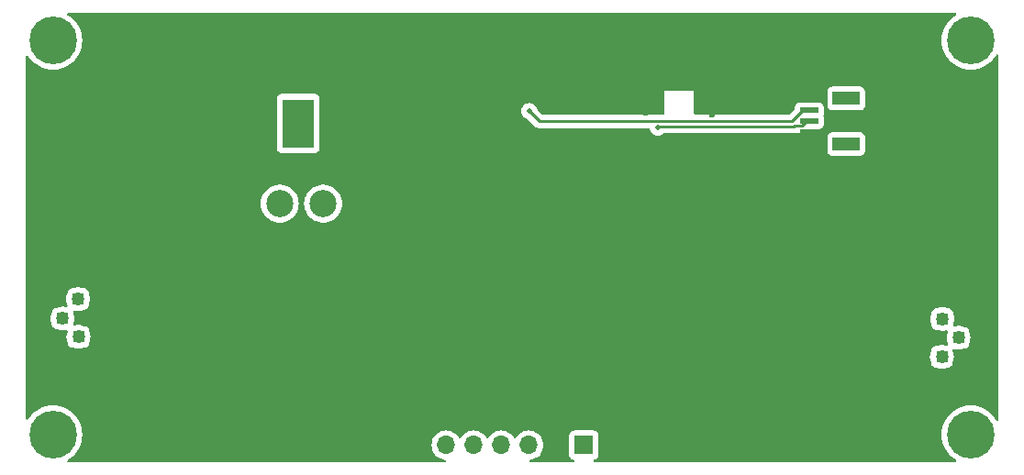
<source format=gbr>
%TF.GenerationSoftware,KiCad,Pcbnew,8.0.2*%
%TF.CreationDate,2024-05-01T20:18:58+08:00*%
%TF.ProjectId,bldcDriver,626c6463-4472-4697-9665-722e6b696361,rev?*%
%TF.SameCoordinates,Original*%
%TF.FileFunction,Copper,L1,Top*%
%TF.FilePolarity,Positive*%
%FSLAX46Y46*%
G04 Gerber Fmt 4.6, Leading zero omitted, Abs format (unit mm)*
G04 Created by KiCad (PCBNEW 8.0.2) date 2024-05-01 20:18:58*
%MOMM*%
%LPD*%
G01*
G04 APERTURE LIST*
%TA.AperFunction,ComponentPad*%
%ADD10R,1.700000X1.700000*%
%TD*%
%TA.AperFunction,ComponentPad*%
%ADD11O,1.700000X1.700000*%
%TD*%
%TA.AperFunction,SMDPad,CuDef*%
%ADD12R,1.000000X1.000000*%
%TD*%
%TA.AperFunction,ComponentPad*%
%ADD13C,2.500000*%
%TD*%
%TA.AperFunction,ComponentPad*%
%ADD14C,4.400000*%
%TD*%
%TA.AperFunction,SMDPad,CuDef*%
%ADD15R,1.700000X0.500000*%
%TD*%
%TA.AperFunction,SMDPad,CuDef*%
%ADD16R,2.500000X1.200000*%
%TD*%
%TA.AperFunction,ComponentPad*%
%ADD17C,0.600000*%
%TD*%
%TA.AperFunction,SMDPad,CuDef*%
%ADD18R,2.950000X4.500000*%
%TD*%
%TA.AperFunction,ViaPad*%
%ADD19C,0.900000*%
%TD*%
%TA.AperFunction,ViaPad*%
%ADD20C,0.500000*%
%TD*%
%TA.AperFunction,ViaPad*%
%ADD21C,0.600000*%
%TD*%
%TA.AperFunction,ViaPad*%
%ADD22C,0.700000*%
%TD*%
%TA.AperFunction,ViaPad*%
%ADD23C,1.200000*%
%TD*%
%TA.AperFunction,Conductor*%
%ADD24C,0.250000*%
%TD*%
G04 APERTURE END LIST*
D10*
%TO.P,J2,1,Pin_1*%
%TO.N,+3V3*%
X83950000Y-70600000D03*
D11*
%TO.P,J2,2,Pin_2*%
%TO.N,GNDD*%
X81410000Y-70600000D03*
%TO.P,J2,3,Pin_3*%
%TO.N,/USART3_TX*%
X78870000Y-70600000D03*
%TO.P,J2,4,Pin_4*%
%TO.N,/USART3_RX*%
X76330000Y-70600000D03*
%TO.P,J2,5,Pin_5*%
%TO.N,/SWDIO*%
X73790000Y-70600000D03*
%TO.P,J2,6,Pin_6*%
%TO.N,/SWCLK*%
X71250000Y-70600000D03*
%TD*%
D12*
%TO.P,TP1,1,1*%
%TO.N,/inverter/1VS3*%
X37320000Y-60610000D03*
%TD*%
D13*
%TO.P,J1,1,Pin_1*%
%TO.N,GNDPWR*%
X59900000Y-48300000D03*
%TO.P,J1,2,Pin_2*%
%TO.N,+BATT*%
X55900000Y-48300000D03*
%TD*%
D12*
%TO.P,TP3,1,1*%
%TO.N,/inverter/1VS1*%
X37300000Y-57110000D03*
%TD*%
D14*
%TO.P,,1*%
%TO.N,N/C*%
X34960000Y-33240000D03*
%TD*%
%TO.P,,1*%
%TO.N,N/C*%
X119660000Y-33240000D03*
%TD*%
D12*
%TO.P,TP5,1,1*%
%TO.N,/inverter/2VS2*%
X118520000Y-60690000D03*
%TD*%
%TO.P,TP2,1,1*%
%TO.N,/inverter/1VS2*%
X35860000Y-58910000D03*
%TD*%
%TO.P,TP4,1,1*%
%TO.N,/inverter/2VS3*%
X117040000Y-58950000D03*
%TD*%
D14*
%TO.P,,1*%
%TO.N,N/C*%
X119660000Y-69640000D03*
%TD*%
D12*
%TO.P,TP6,1,1*%
%TO.N,/inverter/2VS1*%
X116990000Y-62450000D03*
%TD*%
D14*
%TO.P,,1*%
%TO.N,N/C*%
X34960000Y-69640000D03*
%TD*%
D15*
%TO.P,J4,1,Pin_1*%
%TO.N,GNDD*%
X104763500Y-41700000D03*
%TO.P,J4,2,Pin_2*%
%TO.N,/USART2_RX*%
X104763500Y-40700000D03*
%TO.P,J4,3,Pin_3*%
%TO.N,/USART2_TX*%
X104763500Y-39700000D03*
D16*
%TO.P,J4,4*%
%TO.N,N/C*%
X108163500Y-42800000D03*
%TO.P,J4,5*%
X108163500Y-38600000D03*
%TD*%
D17*
%TO.P,U3,9,GNDPAD*%
%TO.N,GNDPWR*%
X58190000Y-42700000D03*
X58190000Y-41600000D03*
X58190000Y-40300000D03*
X58190000Y-39100000D03*
D18*
X57590000Y-40900000D03*
D17*
X56990000Y-42700000D03*
X56990000Y-41600000D03*
X56990000Y-40300000D03*
X56990000Y-39100000D03*
%TD*%
D19*
%TO.N,GNDD*%
X67200000Y-54800000D03*
D20*
X93575000Y-36400000D03*
D19*
X68600000Y-58300000D03*
X73100000Y-48900000D03*
X85700000Y-44700000D03*
X93100000Y-33637500D03*
X76000000Y-45000000D03*
X91700000Y-33700000D03*
X77800000Y-37100000D03*
X79500000Y-37100000D03*
X69000000Y-60300000D03*
X37500000Y-39600000D03*
X64800000Y-31900000D03*
X78500000Y-43400000D03*
X82400000Y-52400000D03*
X71800000Y-56600000D03*
X68800000Y-51500000D03*
X94000000Y-44500000D03*
D21*
X89700000Y-39900000D03*
D19*
X83300000Y-60200000D03*
X72500000Y-65600000D03*
X70900000Y-60300000D03*
D21*
X95800000Y-40075000D03*
D20*
X92400000Y-36100000D03*
D21*
X87000000Y-65600000D03*
D19*
X70400000Y-40300000D03*
X96212500Y-36287500D03*
X75300000Y-56500000D03*
X75800000Y-55000000D03*
X65800000Y-59600000D03*
X77700000Y-50600000D03*
X79300000Y-50600000D03*
X85000000Y-60300000D03*
X84362500Y-44700000D03*
X70500000Y-39000000D03*
X77700000Y-55800000D03*
X78800000Y-45000000D03*
X77200000Y-43900000D03*
X82400000Y-53800000D03*
X68700000Y-54900000D03*
D22*
X117300000Y-39700000D03*
D19*
X75700000Y-38800000D03*
X73700000Y-38900000D03*
X79900000Y-60100000D03*
D23*
%TO.N,/inverter/2VS1*%
X116990000Y-62450000D03*
%TO.N,/inverter/2VS2*%
X118520000Y-60690000D03*
%TO.N,/inverter/2VS3*%
X117040000Y-58950000D03*
%TO.N,/inverter/1VS1*%
X37300000Y-57110000D03*
%TO.N,/inverter/1VS2*%
X35860000Y-58910000D03*
%TO.N,/inverter/1VS3*%
X37320000Y-60610000D03*
D20*
%TO.N,/USART2_TX*%
X78913411Y-39768626D03*
%TO.N,/USART2_RX*%
X90800000Y-41275000D03*
%TD*%
D24*
%TO.N,/USART2_TX*%
X78913411Y-39768626D02*
X79844785Y-40700000D01*
X104163500Y-39700000D02*
X104763500Y-39700000D01*
X79844785Y-40700000D02*
X103163500Y-40700000D01*
X103163500Y-40700000D02*
X104163500Y-39700000D01*
%TO.N,/USART2_RX*%
X90800000Y-41275000D02*
X90925000Y-41150000D01*
X104075000Y-41125000D02*
X104500000Y-40700000D01*
X90925000Y-41150000D02*
X103349896Y-41150000D01*
X103349896Y-41150000D02*
X103374896Y-41125000D01*
X104500000Y-40700000D02*
X104763500Y-40700000D01*
X103374896Y-41125000D02*
X104075000Y-41125000D01*
%TD*%
%TA.AperFunction,Conductor*%
%TO.N,GNDD*%
G36*
X118280451Y-30709685D02*
G01*
X118326206Y-30762489D01*
X118336150Y-30831647D01*
X118307125Y-30895203D01*
X118277564Y-30920115D01*
X118210040Y-30960934D01*
X118123131Y-31013473D01*
X117865960Y-31214954D01*
X117634954Y-31445960D01*
X117433473Y-31703131D01*
X117264454Y-31982723D01*
X117264453Y-31982725D01*
X117130372Y-32280642D01*
X117130366Y-32280657D01*
X117033178Y-32592547D01*
X116974289Y-32913900D01*
X116954564Y-33240000D01*
X116974289Y-33566099D01*
X117033178Y-33887452D01*
X117130366Y-34199342D01*
X117130370Y-34199354D01*
X117130373Y-34199361D01*
X117264455Y-34497279D01*
X117353055Y-34643841D01*
X117433473Y-34776868D01*
X117634954Y-35034039D01*
X117865960Y-35265045D01*
X118123131Y-35466526D01*
X118123134Y-35466528D01*
X118123137Y-35466530D01*
X118402721Y-35635545D01*
X118700639Y-35769627D01*
X118700652Y-35769631D01*
X118700657Y-35769633D01*
X119012547Y-35866821D01*
X119333896Y-35925710D01*
X119660000Y-35945436D01*
X119986104Y-35925710D01*
X120307453Y-35866821D01*
X120619361Y-35769627D01*
X120917279Y-35635545D01*
X121196863Y-35466530D01*
X121454036Y-35265048D01*
X121685048Y-35034036D01*
X121886530Y-34776863D01*
X122005726Y-34579688D01*
X122057252Y-34532504D01*
X122126111Y-34520665D01*
X122190440Y-34547934D01*
X122229814Y-34605652D01*
X122235841Y-34643841D01*
X122235841Y-68236158D01*
X122216156Y-68303197D01*
X122163352Y-68348952D01*
X122094194Y-68358896D01*
X122030638Y-68329871D01*
X122005724Y-68300308D01*
X121970567Y-68242152D01*
X121886530Y-68103137D01*
X121886528Y-68103134D01*
X121886526Y-68103131D01*
X121685045Y-67845960D01*
X121454039Y-67614954D01*
X121196868Y-67413473D01*
X121189306Y-67408901D01*
X120917279Y-67244455D01*
X120619361Y-67110373D01*
X120619354Y-67110370D01*
X120619342Y-67110366D01*
X120307452Y-67013178D01*
X119986099Y-66954289D01*
X119660000Y-66934564D01*
X119333900Y-66954289D01*
X119012547Y-67013178D01*
X118700657Y-67110366D01*
X118700641Y-67110372D01*
X118700639Y-67110373D01*
X118510933Y-67195752D01*
X118402725Y-67244453D01*
X118402723Y-67244454D01*
X118123131Y-67413473D01*
X117865960Y-67614954D01*
X117634954Y-67845960D01*
X117433473Y-68103131D01*
X117264454Y-68382723D01*
X117264453Y-68382725D01*
X117130372Y-68680642D01*
X117130366Y-68680657D01*
X117033178Y-68992547D01*
X116974289Y-69313900D01*
X116954564Y-69640000D01*
X116974289Y-69966099D01*
X117033178Y-70287452D01*
X117130366Y-70599342D01*
X117130370Y-70599354D01*
X117130373Y-70599361D01*
X117264455Y-70897279D01*
X117428901Y-71169306D01*
X117433473Y-71176868D01*
X117634954Y-71434039D01*
X117865960Y-71665045D01*
X118123131Y-71866526D01*
X118123134Y-71866528D01*
X118123137Y-71866530D01*
X118277562Y-71959884D01*
X118324749Y-72011411D01*
X118336588Y-72080270D01*
X118309319Y-72144599D01*
X118251600Y-72183973D01*
X118213412Y-72190000D01*
X84930785Y-72190000D01*
X84863746Y-72170315D01*
X84817991Y-72117511D01*
X84808047Y-72048353D01*
X84837072Y-71984797D01*
X84895850Y-71947023D01*
X84902268Y-71945324D01*
X84907479Y-71944092D01*
X84907481Y-71944091D01*
X84907483Y-71944091D01*
X85042331Y-71893796D01*
X85157546Y-71807546D01*
X85243796Y-71692331D01*
X85294091Y-71557483D01*
X85300500Y-71497873D01*
X85300499Y-69702128D01*
X85294091Y-69642517D01*
X85293152Y-69640000D01*
X85243797Y-69507671D01*
X85243793Y-69507664D01*
X85157547Y-69392455D01*
X85157544Y-69392452D01*
X85042335Y-69306206D01*
X85042328Y-69306202D01*
X84907482Y-69255908D01*
X84907483Y-69255908D01*
X84847883Y-69249501D01*
X84847881Y-69249500D01*
X84847873Y-69249500D01*
X84847864Y-69249500D01*
X83052129Y-69249500D01*
X83052123Y-69249501D01*
X82992516Y-69255908D01*
X82857671Y-69306202D01*
X82857664Y-69306206D01*
X82742455Y-69392452D01*
X82742452Y-69392455D01*
X82656206Y-69507664D01*
X82656202Y-69507671D01*
X82605908Y-69642517D01*
X82599501Y-69702116D01*
X82599501Y-69702123D01*
X82599500Y-69702135D01*
X82599500Y-71497870D01*
X82599501Y-71497876D01*
X82605908Y-71557483D01*
X82656202Y-71692328D01*
X82656206Y-71692335D01*
X82742452Y-71807544D01*
X82742455Y-71807547D01*
X82857664Y-71893793D01*
X82857671Y-71893797D01*
X82992517Y-71944091D01*
X82997730Y-71945323D01*
X83058446Y-71979895D01*
X83090834Y-72041805D01*
X83084608Y-72111397D01*
X83041747Y-72166575D01*
X82975858Y-72189822D01*
X82969217Y-72190000D01*
X79031532Y-72190000D01*
X78964493Y-72170315D01*
X78918738Y-72117511D01*
X78908794Y-72048353D01*
X78937819Y-71984797D01*
X78996597Y-71947023D01*
X79020723Y-71942472D01*
X79105408Y-71935063D01*
X79333663Y-71873903D01*
X79547830Y-71774035D01*
X79741401Y-71638495D01*
X79908495Y-71471401D01*
X80044035Y-71277830D01*
X80143903Y-71063663D01*
X80205063Y-70835408D01*
X80225659Y-70600000D01*
X80225601Y-70599342D01*
X80205063Y-70364596D01*
X80205063Y-70364592D01*
X80143903Y-70136337D01*
X80044035Y-69922171D01*
X80038425Y-69914158D01*
X79908494Y-69728597D01*
X79741402Y-69561506D01*
X79741395Y-69561501D01*
X79547834Y-69425967D01*
X79547830Y-69425965D01*
X79547828Y-69425964D01*
X79333663Y-69326097D01*
X79333659Y-69326096D01*
X79333655Y-69326094D01*
X79105413Y-69264938D01*
X79105403Y-69264936D01*
X78870001Y-69244341D01*
X78869999Y-69244341D01*
X78634596Y-69264936D01*
X78634586Y-69264938D01*
X78406344Y-69326094D01*
X78406335Y-69326098D01*
X78192171Y-69425964D01*
X78192169Y-69425965D01*
X77998597Y-69561505D01*
X77831505Y-69728597D01*
X77701575Y-69914158D01*
X77646998Y-69957783D01*
X77577500Y-69964977D01*
X77515145Y-69933454D01*
X77498425Y-69914158D01*
X77368494Y-69728597D01*
X77201402Y-69561506D01*
X77201395Y-69561501D01*
X77007834Y-69425967D01*
X77007830Y-69425965D01*
X77007828Y-69425964D01*
X76793663Y-69326097D01*
X76793659Y-69326096D01*
X76793655Y-69326094D01*
X76565413Y-69264938D01*
X76565403Y-69264936D01*
X76330001Y-69244341D01*
X76329999Y-69244341D01*
X76094596Y-69264936D01*
X76094586Y-69264938D01*
X75866344Y-69326094D01*
X75866335Y-69326098D01*
X75652171Y-69425964D01*
X75652169Y-69425965D01*
X75458597Y-69561505D01*
X75291505Y-69728597D01*
X75161575Y-69914158D01*
X75106998Y-69957783D01*
X75037500Y-69964977D01*
X74975145Y-69933454D01*
X74958425Y-69914158D01*
X74828494Y-69728597D01*
X74661402Y-69561506D01*
X74661395Y-69561501D01*
X74467834Y-69425967D01*
X74467830Y-69425965D01*
X74467828Y-69425964D01*
X74253663Y-69326097D01*
X74253659Y-69326096D01*
X74253655Y-69326094D01*
X74025413Y-69264938D01*
X74025403Y-69264936D01*
X73790001Y-69244341D01*
X73789999Y-69244341D01*
X73554596Y-69264936D01*
X73554586Y-69264938D01*
X73326344Y-69326094D01*
X73326335Y-69326098D01*
X73112171Y-69425964D01*
X73112169Y-69425965D01*
X72918597Y-69561505D01*
X72751505Y-69728597D01*
X72621575Y-69914158D01*
X72566998Y-69957783D01*
X72497500Y-69964977D01*
X72435145Y-69933454D01*
X72418425Y-69914158D01*
X72288494Y-69728597D01*
X72121402Y-69561506D01*
X72121395Y-69561501D01*
X71927834Y-69425967D01*
X71927830Y-69425965D01*
X71927828Y-69425964D01*
X71713663Y-69326097D01*
X71713659Y-69326096D01*
X71713655Y-69326094D01*
X71485413Y-69264938D01*
X71485403Y-69264936D01*
X71250001Y-69244341D01*
X71249999Y-69244341D01*
X71014596Y-69264936D01*
X71014586Y-69264938D01*
X70786344Y-69326094D01*
X70786335Y-69326098D01*
X70572171Y-69425964D01*
X70572169Y-69425965D01*
X70378597Y-69561505D01*
X70211505Y-69728597D01*
X70075965Y-69922169D01*
X70075964Y-69922171D01*
X69976098Y-70136335D01*
X69976094Y-70136344D01*
X69914938Y-70364586D01*
X69914936Y-70364596D01*
X69894341Y-70599999D01*
X69894341Y-70600000D01*
X69914936Y-70835403D01*
X69914938Y-70835413D01*
X69976094Y-71063655D01*
X69976096Y-71063659D01*
X69976097Y-71063663D01*
X69980000Y-71072032D01*
X70075965Y-71277830D01*
X70075967Y-71277834D01*
X70184281Y-71432521D01*
X70211505Y-71471401D01*
X70378599Y-71638495D01*
X70475384Y-71706265D01*
X70572165Y-71774032D01*
X70572167Y-71774033D01*
X70572170Y-71774035D01*
X70786337Y-71873903D01*
X71014592Y-71935063D01*
X71099276Y-71942472D01*
X71164344Y-71967925D01*
X71205323Y-72024516D01*
X71209201Y-72094278D01*
X71174747Y-72155062D01*
X71112900Y-72187569D01*
X71088468Y-72190000D01*
X36406588Y-72190000D01*
X36339549Y-72170315D01*
X36293794Y-72117511D01*
X36283850Y-72048353D01*
X36312875Y-71984797D01*
X36342435Y-71959884D01*
X36496863Y-71866530D01*
X36754036Y-71665048D01*
X36985048Y-71434036D01*
X37186530Y-71176863D01*
X37355545Y-70897279D01*
X37489627Y-70599361D01*
X37586821Y-70287453D01*
X37645710Y-69966104D01*
X37665436Y-69640000D01*
X37645710Y-69313896D01*
X37586821Y-68992547D01*
X37489627Y-68680639D01*
X37355545Y-68382721D01*
X37186530Y-68103137D01*
X37186528Y-68103134D01*
X37186526Y-68103131D01*
X36985045Y-67845960D01*
X36754039Y-67614954D01*
X36496868Y-67413473D01*
X36489306Y-67408901D01*
X36217279Y-67244455D01*
X35919361Y-67110373D01*
X35919354Y-67110370D01*
X35919342Y-67110366D01*
X35607452Y-67013178D01*
X35286099Y-66954289D01*
X34960000Y-66934564D01*
X34633900Y-66954289D01*
X34312547Y-67013178D01*
X34000657Y-67110366D01*
X34000641Y-67110372D01*
X34000639Y-67110373D01*
X33810933Y-67195752D01*
X33702725Y-67244453D01*
X33702723Y-67244454D01*
X33423131Y-67413473D01*
X33165960Y-67614954D01*
X32934954Y-67845960D01*
X32733473Y-68103132D01*
X32733470Y-68103137D01*
X32700810Y-68157164D01*
X32685115Y-68183126D01*
X32633587Y-68230314D01*
X32564727Y-68242152D01*
X32500399Y-68214883D01*
X32461025Y-68157164D01*
X32454998Y-68118976D01*
X32454998Y-62449999D01*
X115884785Y-62449999D01*
X115884785Y-62450000D01*
X115903602Y-62653082D01*
X115903603Y-62653084D01*
X115959413Y-62849238D01*
X115959420Y-62849254D01*
X115976501Y-62883559D01*
X115989500Y-62938827D01*
X115989500Y-62997868D01*
X115989501Y-62997877D01*
X115995908Y-63057483D01*
X116046202Y-63192328D01*
X116046206Y-63192335D01*
X116132452Y-63307544D01*
X116132455Y-63307547D01*
X116247664Y-63393793D01*
X116247671Y-63393797D01*
X116382516Y-63444091D01*
X116408419Y-63446875D01*
X116442127Y-63450500D01*
X116502970Y-63450499D01*
X116547764Y-63458872D01*
X116687544Y-63513024D01*
X116888024Y-63550500D01*
X116888026Y-63550500D01*
X117091974Y-63550500D01*
X117091976Y-63550500D01*
X117292456Y-63513024D01*
X117432239Y-63458872D01*
X117477033Y-63450499D01*
X117537871Y-63450499D01*
X117537872Y-63450499D01*
X117597483Y-63444091D01*
X117732331Y-63393796D01*
X117847546Y-63307546D01*
X117933796Y-63192331D01*
X117984091Y-63057483D01*
X117990500Y-62997873D01*
X117990499Y-62938828D01*
X118003500Y-62883555D01*
X118020579Y-62849256D01*
X118020580Y-62849254D01*
X118020582Y-62849250D01*
X118076397Y-62653083D01*
X118095215Y-62450000D01*
X118076397Y-62246917D01*
X118020582Y-62050750D01*
X118012078Y-62033672D01*
X118003498Y-62016439D01*
X117990499Y-61961169D01*
X117990499Y-61902129D01*
X117990499Y-61902128D01*
X117985668Y-61857188D01*
X117998074Y-61788431D01*
X118045685Y-61737294D01*
X118113385Y-61720015D01*
X118153746Y-61728308D01*
X118217544Y-61753024D01*
X118418024Y-61790500D01*
X118418026Y-61790500D01*
X118621974Y-61790500D01*
X118621976Y-61790500D01*
X118822456Y-61753024D01*
X118962239Y-61698872D01*
X119007033Y-61690499D01*
X119067871Y-61690499D01*
X119067872Y-61690499D01*
X119127483Y-61684091D01*
X119262331Y-61633796D01*
X119377546Y-61547546D01*
X119463796Y-61432331D01*
X119514091Y-61297483D01*
X119520500Y-61237873D01*
X119520499Y-61178828D01*
X119533500Y-61123555D01*
X119550579Y-61089256D01*
X119550580Y-61089254D01*
X119550582Y-61089250D01*
X119606397Y-60893083D01*
X119625215Y-60690000D01*
X119606397Y-60486917D01*
X119550582Y-60290750D01*
X119542078Y-60273672D01*
X119533498Y-60256439D01*
X119520499Y-60201169D01*
X119520499Y-60142129D01*
X119520498Y-60142123D01*
X119514091Y-60082516D01*
X119463797Y-59947671D01*
X119463793Y-59947664D01*
X119377547Y-59832455D01*
X119377544Y-59832452D01*
X119262335Y-59746206D01*
X119262328Y-59746202D01*
X119127482Y-59695908D01*
X119127483Y-59695908D01*
X119067883Y-59689501D01*
X119067881Y-59689500D01*
X119067873Y-59689500D01*
X119067865Y-59689500D01*
X119007031Y-59689500D01*
X118962237Y-59681127D01*
X118911438Y-59661447D01*
X118822456Y-59626976D01*
X118621976Y-59589500D01*
X118418024Y-59589500D01*
X118317784Y-59608238D01*
X118217542Y-59626976D01*
X118217533Y-59626979D01*
X118208160Y-59630610D01*
X118138536Y-59636467D01*
X118076798Y-59603752D01*
X118042548Y-59542853D01*
X118040087Y-59501710D01*
X118040500Y-59497873D01*
X118040499Y-59438828D01*
X118053500Y-59383555D01*
X118070579Y-59349256D01*
X118070580Y-59349254D01*
X118070582Y-59349250D01*
X118126397Y-59153083D01*
X118145215Y-58950000D01*
X118141508Y-58909999D01*
X118126397Y-58746917D01*
X118115016Y-58706917D01*
X118070582Y-58550750D01*
X118062078Y-58533672D01*
X118053498Y-58516439D01*
X118040499Y-58461169D01*
X118040499Y-58402129D01*
X118040498Y-58402123D01*
X118040497Y-58402116D01*
X118034091Y-58342517D01*
X117995863Y-58240023D01*
X117983797Y-58207671D01*
X117983793Y-58207664D01*
X117897547Y-58092455D01*
X117897544Y-58092452D01*
X117782335Y-58006206D01*
X117782328Y-58006202D01*
X117647482Y-57955908D01*
X117647483Y-57955908D01*
X117587883Y-57949501D01*
X117587881Y-57949500D01*
X117587873Y-57949500D01*
X117587865Y-57949500D01*
X117527031Y-57949500D01*
X117482237Y-57941127D01*
X117417141Y-57915909D01*
X117342456Y-57886976D01*
X117141976Y-57849500D01*
X116938024Y-57849500D01*
X116837784Y-57868238D01*
X116737542Y-57886976D01*
X116737539Y-57886977D01*
X116597760Y-57941127D01*
X116552969Y-57949500D01*
X116492131Y-57949500D01*
X116492122Y-57949501D01*
X116432516Y-57955908D01*
X116297671Y-58006202D01*
X116297664Y-58006206D01*
X116182455Y-58092452D01*
X116182452Y-58092455D01*
X116096206Y-58207664D01*
X116096202Y-58207671D01*
X116045908Y-58342517D01*
X116039501Y-58402116D01*
X116039501Y-58402123D01*
X116039500Y-58402135D01*
X116039500Y-58461171D01*
X116026501Y-58516441D01*
X116009419Y-58550747D01*
X115953602Y-58746917D01*
X115934785Y-58949999D01*
X115934785Y-58950000D01*
X115953602Y-59153082D01*
X115953603Y-59153084D01*
X116009413Y-59349238D01*
X116009420Y-59349254D01*
X116026501Y-59383559D01*
X116039500Y-59438827D01*
X116039500Y-59497868D01*
X116039501Y-59497877D01*
X116045908Y-59557483D01*
X116096202Y-59692328D01*
X116096206Y-59692335D01*
X116182452Y-59807544D01*
X116182455Y-59807547D01*
X116297664Y-59893793D01*
X116297671Y-59893797D01*
X116432516Y-59944091D01*
X116458419Y-59946875D01*
X116492127Y-59950500D01*
X116552970Y-59950499D01*
X116597764Y-59958872D01*
X116737544Y-60013024D01*
X116938024Y-60050500D01*
X116938026Y-60050500D01*
X117141974Y-60050500D01*
X117141976Y-60050500D01*
X117342456Y-60013024D01*
X117344779Y-60012124D01*
X117351831Y-60009393D01*
X117421454Y-60003530D01*
X117483194Y-60036240D01*
X117517449Y-60097136D01*
X117519914Y-60138268D01*
X117519500Y-60142127D01*
X117519500Y-60142129D01*
X117519500Y-60201171D01*
X117506501Y-60256441D01*
X117489419Y-60290747D01*
X117433602Y-60486917D01*
X117414785Y-60689999D01*
X117414785Y-60690000D01*
X117433602Y-60893082D01*
X117433603Y-60893084D01*
X117489413Y-61089238D01*
X117489420Y-61089254D01*
X117506501Y-61123559D01*
X117519500Y-61178827D01*
X117519500Y-61237868D01*
X117519501Y-61237879D01*
X117524331Y-61282809D01*
X117511924Y-61351568D01*
X117464312Y-61402704D01*
X117396613Y-61419982D01*
X117356248Y-61411688D01*
X117292461Y-61386977D01*
X117292456Y-61386976D01*
X117091976Y-61349500D01*
X116888024Y-61349500D01*
X116787784Y-61368238D01*
X116687542Y-61386976D01*
X116687539Y-61386977D01*
X116547760Y-61441127D01*
X116502969Y-61449500D01*
X116442131Y-61449500D01*
X116442122Y-61449501D01*
X116382516Y-61455908D01*
X116247671Y-61506202D01*
X116247664Y-61506206D01*
X116132455Y-61592452D01*
X116132452Y-61592455D01*
X116046206Y-61707664D01*
X116046202Y-61707671D01*
X115995908Y-61842517D01*
X115989501Y-61902116D01*
X115989500Y-61902135D01*
X115989500Y-61961171D01*
X115976501Y-62016441D01*
X115959419Y-62050747D01*
X115903602Y-62246917D01*
X115884785Y-62449999D01*
X32454998Y-62449999D01*
X32454998Y-58909999D01*
X34754785Y-58909999D01*
X34754785Y-58910000D01*
X34773602Y-59113082D01*
X34773603Y-59113084D01*
X34829413Y-59309238D01*
X34829420Y-59309254D01*
X34846501Y-59343559D01*
X34859500Y-59398827D01*
X34859500Y-59457868D01*
X34859501Y-59457877D01*
X34865908Y-59517483D01*
X34916202Y-59652328D01*
X34916206Y-59652335D01*
X35002452Y-59767544D01*
X35002455Y-59767547D01*
X35117664Y-59853793D01*
X35117671Y-59853797D01*
X35252516Y-59904091D01*
X35278419Y-59906875D01*
X35312127Y-59910500D01*
X35372970Y-59910499D01*
X35417764Y-59918872D01*
X35557544Y-59973024D01*
X35758024Y-60010500D01*
X35758026Y-60010500D01*
X35961974Y-60010500D01*
X35961976Y-60010500D01*
X36162456Y-59973024D01*
X36162459Y-59973022D01*
X36168091Y-59971970D01*
X36168346Y-59973335D01*
X36231424Y-59973861D01*
X36289886Y-60012124D01*
X36318381Y-60075919D01*
X36319500Y-60092543D01*
X36319500Y-60121171D01*
X36306501Y-60176441D01*
X36289419Y-60210747D01*
X36233602Y-60406917D01*
X36214785Y-60609999D01*
X36214785Y-60610000D01*
X36233602Y-60813082D01*
X36233603Y-60813084D01*
X36289413Y-61009238D01*
X36289420Y-61009254D01*
X36306501Y-61043559D01*
X36319500Y-61098827D01*
X36319500Y-61157868D01*
X36319501Y-61157877D01*
X36325908Y-61217483D01*
X36376202Y-61352328D01*
X36376206Y-61352335D01*
X36462452Y-61467544D01*
X36462455Y-61467547D01*
X36577664Y-61553793D01*
X36577671Y-61553797D01*
X36712516Y-61604091D01*
X36738419Y-61606875D01*
X36772127Y-61610500D01*
X36832970Y-61610499D01*
X36877764Y-61618872D01*
X37017544Y-61673024D01*
X37218024Y-61710500D01*
X37218026Y-61710500D01*
X37421974Y-61710500D01*
X37421976Y-61710500D01*
X37622456Y-61673024D01*
X37762239Y-61618872D01*
X37807033Y-61610499D01*
X37867871Y-61610499D01*
X37867872Y-61610499D01*
X37927483Y-61604091D01*
X38062331Y-61553796D01*
X38177546Y-61467546D01*
X38263796Y-61352331D01*
X38314091Y-61217483D01*
X38320500Y-61157873D01*
X38320499Y-61098828D01*
X38333500Y-61043555D01*
X38350579Y-61009256D01*
X38350580Y-61009254D01*
X38350582Y-61009250D01*
X38406397Y-60813083D01*
X38425215Y-60610000D01*
X38406397Y-60406917D01*
X38350582Y-60210750D01*
X38342078Y-60193672D01*
X38333498Y-60176439D01*
X38320499Y-60121169D01*
X38320499Y-60062129D01*
X38320498Y-60062123D01*
X38314091Y-60002516D01*
X38263797Y-59867671D01*
X38263793Y-59867664D01*
X38177547Y-59752455D01*
X38177544Y-59752452D01*
X38062335Y-59666206D01*
X38062328Y-59666202D01*
X37927482Y-59615908D01*
X37927483Y-59615908D01*
X37867883Y-59609501D01*
X37867881Y-59609500D01*
X37867873Y-59609500D01*
X37867865Y-59609500D01*
X37807031Y-59609500D01*
X37762237Y-59601127D01*
X37711438Y-59581447D01*
X37622456Y-59546976D01*
X37421976Y-59509500D01*
X37218024Y-59509500D01*
X37017544Y-59546976D01*
X37017540Y-59546977D01*
X37011909Y-59548030D01*
X37011654Y-59546670D01*
X36948544Y-59546129D01*
X36890092Y-59507851D01*
X36861614Y-59444049D01*
X36860499Y-59427465D01*
X36860499Y-59398826D01*
X36873500Y-59343555D01*
X36890579Y-59309256D01*
X36890580Y-59309254D01*
X36890582Y-59309250D01*
X36946397Y-59113083D01*
X36965215Y-58910000D01*
X36946397Y-58706917D01*
X36890582Y-58510750D01*
X36880416Y-58490334D01*
X36873498Y-58476439D01*
X36860499Y-58421169D01*
X36860499Y-58362129D01*
X36860499Y-58362128D01*
X36854764Y-58308780D01*
X36867170Y-58240023D01*
X36914781Y-58188886D01*
X36982480Y-58171607D01*
X37000826Y-58173637D01*
X37198024Y-58210500D01*
X37198026Y-58210500D01*
X37401974Y-58210500D01*
X37401976Y-58210500D01*
X37602456Y-58173024D01*
X37742239Y-58118872D01*
X37787033Y-58110499D01*
X37847871Y-58110499D01*
X37847872Y-58110499D01*
X37907483Y-58104091D01*
X38042331Y-58053796D01*
X38157546Y-57967546D01*
X38243796Y-57852331D01*
X38294091Y-57717483D01*
X38300499Y-57657886D01*
X38300499Y-57657879D01*
X38300500Y-57657873D01*
X38300499Y-57598828D01*
X38313500Y-57543555D01*
X38330579Y-57509256D01*
X38330580Y-57509254D01*
X38330582Y-57509250D01*
X38386397Y-57313083D01*
X38405215Y-57110000D01*
X38386397Y-56906917D01*
X38330582Y-56710750D01*
X38322078Y-56693672D01*
X38313498Y-56676439D01*
X38300499Y-56621169D01*
X38300499Y-56562129D01*
X38300498Y-56562123D01*
X38300497Y-56562116D01*
X38294091Y-56502517D01*
X38243796Y-56367669D01*
X38243795Y-56367668D01*
X38243793Y-56367664D01*
X38157547Y-56252455D01*
X38157544Y-56252452D01*
X38042335Y-56166206D01*
X38042328Y-56166202D01*
X37907482Y-56115908D01*
X37907483Y-56115908D01*
X37847883Y-56109501D01*
X37847881Y-56109500D01*
X37847873Y-56109500D01*
X37847865Y-56109500D01*
X37787031Y-56109500D01*
X37742237Y-56101127D01*
X37691438Y-56081447D01*
X37602456Y-56046976D01*
X37401976Y-56009500D01*
X37198024Y-56009500D01*
X37097784Y-56028238D01*
X36997542Y-56046976D01*
X36997539Y-56046977D01*
X36857760Y-56101127D01*
X36812969Y-56109500D01*
X36752131Y-56109500D01*
X36752122Y-56109501D01*
X36692516Y-56115908D01*
X36557671Y-56166202D01*
X36557664Y-56166206D01*
X36442455Y-56252452D01*
X36442452Y-56252455D01*
X36356206Y-56367664D01*
X36356202Y-56367671D01*
X36305908Y-56502517D01*
X36299501Y-56562116D01*
X36299501Y-56562123D01*
X36299500Y-56562135D01*
X36299500Y-56621171D01*
X36286501Y-56676441D01*
X36269419Y-56710747D01*
X36213602Y-56906917D01*
X36194785Y-57109999D01*
X36194785Y-57110000D01*
X36213602Y-57313082D01*
X36213603Y-57313084D01*
X36269413Y-57509238D01*
X36269420Y-57509254D01*
X36286501Y-57543559D01*
X36299500Y-57598827D01*
X36299500Y-57657868D01*
X36299501Y-57657879D01*
X36305235Y-57711219D01*
X36292828Y-57779978D01*
X36245216Y-57831114D01*
X36177517Y-57848392D01*
X36159161Y-57846360D01*
X35961976Y-57809500D01*
X35758024Y-57809500D01*
X35657784Y-57828238D01*
X35557542Y-57846976D01*
X35557539Y-57846977D01*
X35417760Y-57901127D01*
X35372969Y-57909500D01*
X35312131Y-57909500D01*
X35312122Y-57909501D01*
X35252516Y-57915908D01*
X35117671Y-57966202D01*
X35117664Y-57966206D01*
X35002455Y-58052452D01*
X35002452Y-58052455D01*
X34916206Y-58167664D01*
X34916202Y-58167671D01*
X34865908Y-58302517D01*
X34859501Y-58362116D01*
X34859500Y-58362135D01*
X34859500Y-58421171D01*
X34846501Y-58476441D01*
X34829419Y-58510747D01*
X34773602Y-58706917D01*
X34754785Y-58909999D01*
X32454998Y-58909999D01*
X32454998Y-48299995D01*
X54144592Y-48299995D01*
X54144592Y-48300004D01*
X54164196Y-48561620D01*
X54164197Y-48561625D01*
X54222576Y-48817402D01*
X54222578Y-48817411D01*
X54222580Y-48817416D01*
X54318432Y-49061643D01*
X54449614Y-49288857D01*
X54581736Y-49454533D01*
X54613198Y-49493985D01*
X54794753Y-49662441D01*
X54805521Y-49672433D01*
X55022296Y-49820228D01*
X55022301Y-49820230D01*
X55022302Y-49820231D01*
X55022303Y-49820232D01*
X55147843Y-49880688D01*
X55258673Y-49934061D01*
X55258674Y-49934061D01*
X55258677Y-49934063D01*
X55509385Y-50011396D01*
X55768818Y-50050500D01*
X56031182Y-50050500D01*
X56290615Y-50011396D01*
X56541323Y-49934063D01*
X56777704Y-49820228D01*
X56994479Y-49672433D01*
X57186805Y-49493981D01*
X57350386Y-49288857D01*
X57481568Y-49061643D01*
X57577420Y-48817416D01*
X57635802Y-48561630D01*
X57655408Y-48300000D01*
X57655408Y-48299995D01*
X58144592Y-48299995D01*
X58144592Y-48300004D01*
X58164196Y-48561620D01*
X58164197Y-48561625D01*
X58222576Y-48817402D01*
X58222578Y-48817411D01*
X58222580Y-48817416D01*
X58318432Y-49061643D01*
X58449614Y-49288857D01*
X58581736Y-49454533D01*
X58613198Y-49493985D01*
X58794753Y-49662441D01*
X58805521Y-49672433D01*
X59022296Y-49820228D01*
X59022301Y-49820230D01*
X59022302Y-49820231D01*
X59022303Y-49820232D01*
X59147843Y-49880688D01*
X59258673Y-49934061D01*
X59258674Y-49934061D01*
X59258677Y-49934063D01*
X59509385Y-50011396D01*
X59768818Y-50050500D01*
X60031182Y-50050500D01*
X60290615Y-50011396D01*
X60541323Y-49934063D01*
X60777704Y-49820228D01*
X60994479Y-49672433D01*
X61186805Y-49493981D01*
X61350386Y-49288857D01*
X61481568Y-49061643D01*
X61577420Y-48817416D01*
X61635802Y-48561630D01*
X61655408Y-48300000D01*
X61635802Y-48038370D01*
X61577420Y-47782584D01*
X61481568Y-47538357D01*
X61350386Y-47311143D01*
X61186805Y-47106019D01*
X61186804Y-47106018D01*
X61186801Y-47106014D01*
X60994479Y-46927567D01*
X60777704Y-46779772D01*
X60777700Y-46779770D01*
X60777697Y-46779768D01*
X60777696Y-46779767D01*
X60541325Y-46665938D01*
X60541327Y-46665938D01*
X60290623Y-46588606D01*
X60290619Y-46588605D01*
X60290615Y-46588604D01*
X60165823Y-46569794D01*
X60031187Y-46549500D01*
X60031182Y-46549500D01*
X59768818Y-46549500D01*
X59768812Y-46549500D01*
X59607247Y-46573853D01*
X59509385Y-46588604D01*
X59509382Y-46588605D01*
X59509376Y-46588606D01*
X59258673Y-46665938D01*
X59022303Y-46779767D01*
X59022302Y-46779768D01*
X58805520Y-46927567D01*
X58613198Y-47106014D01*
X58449614Y-47311143D01*
X58318432Y-47538356D01*
X58222582Y-47782578D01*
X58222576Y-47782597D01*
X58164197Y-48038374D01*
X58164196Y-48038379D01*
X58144592Y-48299995D01*
X57655408Y-48299995D01*
X57635802Y-48038370D01*
X57577420Y-47782584D01*
X57481568Y-47538357D01*
X57350386Y-47311143D01*
X57186805Y-47106019D01*
X57186804Y-47106018D01*
X57186801Y-47106014D01*
X56994479Y-46927567D01*
X56777704Y-46779772D01*
X56777700Y-46779770D01*
X56777697Y-46779768D01*
X56777696Y-46779767D01*
X56541325Y-46665938D01*
X56541327Y-46665938D01*
X56290623Y-46588606D01*
X56290619Y-46588605D01*
X56290615Y-46588604D01*
X56165823Y-46569794D01*
X56031187Y-46549500D01*
X56031182Y-46549500D01*
X55768818Y-46549500D01*
X55768812Y-46549500D01*
X55607247Y-46573853D01*
X55509385Y-46588604D01*
X55509382Y-46588605D01*
X55509376Y-46588606D01*
X55258673Y-46665938D01*
X55022303Y-46779767D01*
X55022302Y-46779768D01*
X54805520Y-46927567D01*
X54613198Y-47106014D01*
X54449614Y-47311143D01*
X54318432Y-47538356D01*
X54222582Y-47782578D01*
X54222576Y-47782597D01*
X54164197Y-48038374D01*
X54164196Y-48038379D01*
X54144592Y-48299995D01*
X32454998Y-48299995D01*
X32454998Y-38602135D01*
X55614500Y-38602135D01*
X55614500Y-43197870D01*
X55614501Y-43197876D01*
X55620908Y-43257483D01*
X55671202Y-43392328D01*
X55671206Y-43392335D01*
X55757452Y-43507544D01*
X55757455Y-43507547D01*
X55872664Y-43593793D01*
X55872671Y-43593797D01*
X56007517Y-43644091D01*
X56007516Y-43644091D01*
X56014444Y-43644835D01*
X56067127Y-43650500D01*
X59112872Y-43650499D01*
X59172483Y-43644091D01*
X59307331Y-43593796D01*
X59422546Y-43507546D01*
X59508796Y-43392331D01*
X59559091Y-43257483D01*
X59565500Y-43197873D01*
X59565500Y-42152135D01*
X106413000Y-42152135D01*
X106413000Y-43447870D01*
X106413001Y-43447876D01*
X106419408Y-43507483D01*
X106469702Y-43642328D01*
X106469706Y-43642335D01*
X106555952Y-43757544D01*
X106555955Y-43757547D01*
X106671164Y-43843793D01*
X106671171Y-43843797D01*
X106806017Y-43894091D01*
X106806016Y-43894091D01*
X106812944Y-43894835D01*
X106865627Y-43900500D01*
X109461372Y-43900499D01*
X109520983Y-43894091D01*
X109655831Y-43843796D01*
X109771046Y-43757546D01*
X109857296Y-43642331D01*
X109907591Y-43507483D01*
X109914000Y-43447873D01*
X109913999Y-42152128D01*
X109907591Y-42092517D01*
X109877304Y-42011314D01*
X109857297Y-41957671D01*
X109857293Y-41957664D01*
X109771047Y-41842455D01*
X109771044Y-41842452D01*
X109655835Y-41756206D01*
X109655828Y-41756202D01*
X109520982Y-41705908D01*
X109520983Y-41705908D01*
X109461383Y-41699501D01*
X109461381Y-41699500D01*
X109461373Y-41699500D01*
X109461364Y-41699500D01*
X106865629Y-41699500D01*
X106865623Y-41699501D01*
X106806016Y-41705908D01*
X106671171Y-41756202D01*
X106671164Y-41756206D01*
X106555955Y-41842452D01*
X106555952Y-41842455D01*
X106469706Y-41957664D01*
X106469702Y-41957671D01*
X106419408Y-42092517D01*
X106413001Y-42152116D01*
X106413001Y-42152123D01*
X106413000Y-42152135D01*
X59565500Y-42152135D01*
X59565499Y-39768623D01*
X78158162Y-39768623D01*
X78158162Y-39768628D01*
X78177096Y-39936682D01*
X78232956Y-40096320D01*
X78232958Y-40096323D01*
X78322929Y-40239510D01*
X78322934Y-40239516D01*
X78442520Y-40359102D01*
X78442526Y-40359107D01*
X78585713Y-40449078D01*
X78585718Y-40449081D01*
X78585721Y-40449082D01*
X78745352Y-40504939D01*
X78745355Y-40504939D01*
X78749067Y-40506238D01*
X78795794Y-40535599D01*
X79355801Y-41095606D01*
X79355830Y-41095637D01*
X79446049Y-41185856D01*
X79446052Y-41185858D01*
X79522975Y-41237256D01*
X79548495Y-41254309D01*
X79548498Y-41254311D01*
X79548500Y-41254312D01*
X79598444Y-41274999D01*
X79598445Y-41275000D01*
X79598446Y-41275000D01*
X79662333Y-41301463D01*
X79783174Y-41325499D01*
X79783178Y-41325500D01*
X79783179Y-41325500D01*
X89939628Y-41325500D01*
X90006667Y-41345185D01*
X90052422Y-41397989D01*
X90062849Y-41435619D01*
X90063687Y-41443059D01*
X90119545Y-41602694D01*
X90119547Y-41602697D01*
X90209518Y-41745884D01*
X90209523Y-41745890D01*
X90329109Y-41865476D01*
X90329115Y-41865481D01*
X90472302Y-41955452D01*
X90472305Y-41955454D01*
X90472309Y-41955455D01*
X90472310Y-41955456D01*
X90544913Y-41980860D01*
X90631943Y-42011314D01*
X90799997Y-42030249D01*
X90800000Y-42030249D01*
X90800003Y-42030249D01*
X90968056Y-42011314D01*
X90968059Y-42011313D01*
X91127690Y-41955456D01*
X91127692Y-41955454D01*
X91127694Y-41955454D01*
X91127697Y-41955452D01*
X91270884Y-41865481D01*
X91270885Y-41865480D01*
X91270890Y-41865477D01*
X91324548Y-41811819D01*
X91385871Y-41778334D01*
X91412229Y-41775500D01*
X103411503Y-41775500D01*
X103471925Y-41763481D01*
X103525209Y-41752883D01*
X103549400Y-41750500D01*
X104136607Y-41750500D01*
X104197029Y-41738481D01*
X104257452Y-41726463D01*
X104257455Y-41726461D01*
X104257458Y-41726461D01*
X104290787Y-41712654D01*
X104290786Y-41712654D01*
X104290792Y-41712652D01*
X104371286Y-41679312D01*
X104436319Y-41635857D01*
X104473733Y-41610858D01*
X104560858Y-41523733D01*
X104560860Y-41523729D01*
X104597774Y-41486814D01*
X104659096Y-41453332D01*
X104685452Y-41450499D01*
X105661371Y-41450499D01*
X105661372Y-41450499D01*
X105720983Y-41444091D01*
X105855831Y-41393796D01*
X105971046Y-41307546D01*
X106057296Y-41192331D01*
X106107591Y-41057483D01*
X106114000Y-40997873D01*
X106113999Y-40402128D01*
X106107591Y-40342517D01*
X106070596Y-40243330D01*
X106065613Y-40173642D01*
X106070592Y-40156680D01*
X106107591Y-40057483D01*
X106114000Y-39997873D01*
X106113999Y-39402128D01*
X106107591Y-39342517D01*
X106094524Y-39307483D01*
X106057297Y-39207671D01*
X106057293Y-39207664D01*
X105971047Y-39092455D01*
X105971044Y-39092452D01*
X105855835Y-39006206D01*
X105855828Y-39006202D01*
X105720982Y-38955908D01*
X105720983Y-38955908D01*
X105661383Y-38949501D01*
X105661381Y-38949500D01*
X105661373Y-38949500D01*
X105661364Y-38949500D01*
X103865629Y-38949500D01*
X103865623Y-38949501D01*
X103806016Y-38955908D01*
X103671171Y-39006202D01*
X103671164Y-39006206D01*
X103555955Y-39092452D01*
X103555952Y-39092455D01*
X103469706Y-39207664D01*
X103469702Y-39207671D01*
X103419408Y-39342517D01*
X103413001Y-39402116D01*
X103413001Y-39402123D01*
X103413000Y-39402135D01*
X103413000Y-39514547D01*
X103393315Y-39581586D01*
X103376681Y-39602228D01*
X102940729Y-40038181D01*
X102879406Y-40071666D01*
X102853048Y-40074500D01*
X94249000Y-40074500D01*
X94181961Y-40054815D01*
X94136206Y-40002011D01*
X94125000Y-39950500D01*
X94125000Y-37952135D01*
X106413000Y-37952135D01*
X106413000Y-39247870D01*
X106413001Y-39247876D01*
X106419408Y-39307483D01*
X106469702Y-39442328D01*
X106469706Y-39442335D01*
X106555952Y-39557544D01*
X106555955Y-39557547D01*
X106671164Y-39643793D01*
X106671171Y-39643797D01*
X106806017Y-39694091D01*
X106806016Y-39694091D01*
X106812944Y-39694835D01*
X106865627Y-39700500D01*
X109461372Y-39700499D01*
X109520983Y-39694091D01*
X109655831Y-39643796D01*
X109771046Y-39557546D01*
X109857296Y-39442331D01*
X109907591Y-39307483D01*
X109914000Y-39247873D01*
X109913999Y-37952128D01*
X109907591Y-37892517D01*
X109857296Y-37757669D01*
X109857295Y-37757668D01*
X109857293Y-37757664D01*
X109771047Y-37642455D01*
X109771044Y-37642452D01*
X109655835Y-37556206D01*
X109655828Y-37556202D01*
X109520982Y-37505908D01*
X109520983Y-37505908D01*
X109461383Y-37499501D01*
X109461381Y-37499500D01*
X109461373Y-37499500D01*
X109461364Y-37499500D01*
X106865629Y-37499500D01*
X106865623Y-37499501D01*
X106806016Y-37505908D01*
X106671171Y-37556202D01*
X106671164Y-37556206D01*
X106555955Y-37642452D01*
X106555952Y-37642455D01*
X106469706Y-37757664D01*
X106469702Y-37757671D01*
X106419408Y-37892517D01*
X106413001Y-37952116D01*
X106413001Y-37952123D01*
X106413000Y-37952135D01*
X94125000Y-37952135D01*
X94125000Y-37925000D01*
X91375000Y-37925000D01*
X91375000Y-39950500D01*
X91355315Y-40017539D01*
X91302511Y-40063294D01*
X91251000Y-40074500D01*
X80155237Y-40074500D01*
X80088198Y-40054815D01*
X80067556Y-40038181D01*
X79680384Y-39651009D01*
X79651023Y-39604282D01*
X79649724Y-39600569D01*
X79649724Y-39600567D01*
X79593867Y-39440936D01*
X79593866Y-39440933D01*
X79593863Y-39440928D01*
X79503892Y-39297741D01*
X79503887Y-39297735D01*
X79384301Y-39178149D01*
X79384295Y-39178144D01*
X79241108Y-39088173D01*
X79241105Y-39088171D01*
X79081467Y-39032311D01*
X78913414Y-39013377D01*
X78913408Y-39013377D01*
X78745354Y-39032311D01*
X78585716Y-39088171D01*
X78585713Y-39088173D01*
X78442526Y-39178144D01*
X78442520Y-39178149D01*
X78322934Y-39297735D01*
X78322929Y-39297741D01*
X78232958Y-39440928D01*
X78232956Y-39440931D01*
X78177096Y-39600569D01*
X78158162Y-39768623D01*
X59565499Y-39768623D01*
X59565499Y-38602128D01*
X59559091Y-38542517D01*
X59508796Y-38407669D01*
X59508795Y-38407668D01*
X59508793Y-38407664D01*
X59422547Y-38292455D01*
X59422544Y-38292452D01*
X59307335Y-38206206D01*
X59307328Y-38206202D01*
X59172482Y-38155908D01*
X59172483Y-38155908D01*
X59112883Y-38149501D01*
X59112881Y-38149500D01*
X59112873Y-38149500D01*
X59112864Y-38149500D01*
X56067129Y-38149500D01*
X56067123Y-38149501D01*
X56007516Y-38155908D01*
X55872671Y-38206202D01*
X55872664Y-38206206D01*
X55757455Y-38292452D01*
X55757452Y-38292455D01*
X55671206Y-38407664D01*
X55671202Y-38407671D01*
X55620908Y-38542517D01*
X55614501Y-38602116D01*
X55614501Y-38602123D01*
X55614500Y-38602135D01*
X32454998Y-38602135D01*
X32454998Y-34761023D01*
X32474683Y-34693984D01*
X32527487Y-34648229D01*
X32596645Y-34638285D01*
X32660201Y-34667310D01*
X32685112Y-34696869D01*
X32723894Y-34761023D01*
X32733473Y-34776868D01*
X32934954Y-35034039D01*
X33165960Y-35265045D01*
X33423131Y-35466526D01*
X33423134Y-35466528D01*
X33423137Y-35466530D01*
X33702721Y-35635545D01*
X34000639Y-35769627D01*
X34000652Y-35769631D01*
X34000657Y-35769633D01*
X34312547Y-35866821D01*
X34633896Y-35925710D01*
X34960000Y-35945436D01*
X35286104Y-35925710D01*
X35607453Y-35866821D01*
X35919361Y-35769627D01*
X36217279Y-35635545D01*
X36496863Y-35466530D01*
X36754036Y-35265048D01*
X36985048Y-35034036D01*
X37186530Y-34776863D01*
X37355545Y-34497279D01*
X37489627Y-34199361D01*
X37586821Y-33887453D01*
X37645710Y-33566104D01*
X37665436Y-33240000D01*
X37645710Y-32913896D01*
X37586821Y-32592547D01*
X37489627Y-32280639D01*
X37355545Y-31982721D01*
X37186530Y-31703137D01*
X37186528Y-31703134D01*
X37186526Y-31703131D01*
X36985045Y-31445960D01*
X36754039Y-31214954D01*
X36496868Y-31013473D01*
X36490017Y-31009331D01*
X36342437Y-30920115D01*
X36295251Y-30868589D01*
X36283412Y-30799730D01*
X36310681Y-30735401D01*
X36368400Y-30696027D01*
X36406588Y-30690000D01*
X118213412Y-30690000D01*
X118280451Y-30709685D01*
G37*
%TD.AperFunction*%
%TD*%
M02*

</source>
